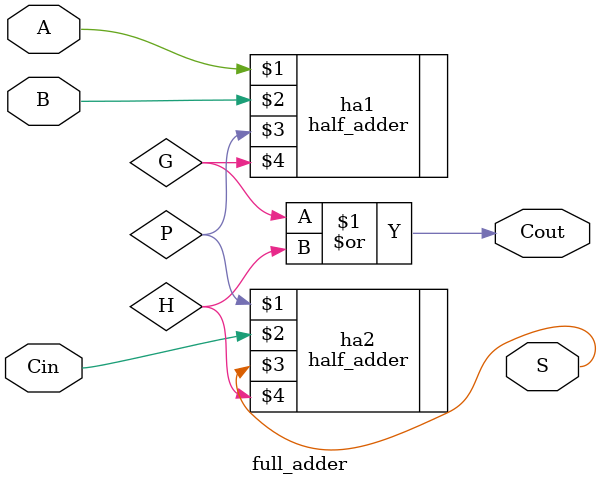
<source format=v>
`timescale 1ns / 1ps


module full_adder(
    input A,
    input B,
    input Cin,
    output S,
    output Cout
    );
    
    wire P,G,H;
    
    half_adder ha1(A,B,P,G);
    half_adder ha2(P,Cin,S,H);
    
    or (Cout,G,H);
    
endmodule

</source>
